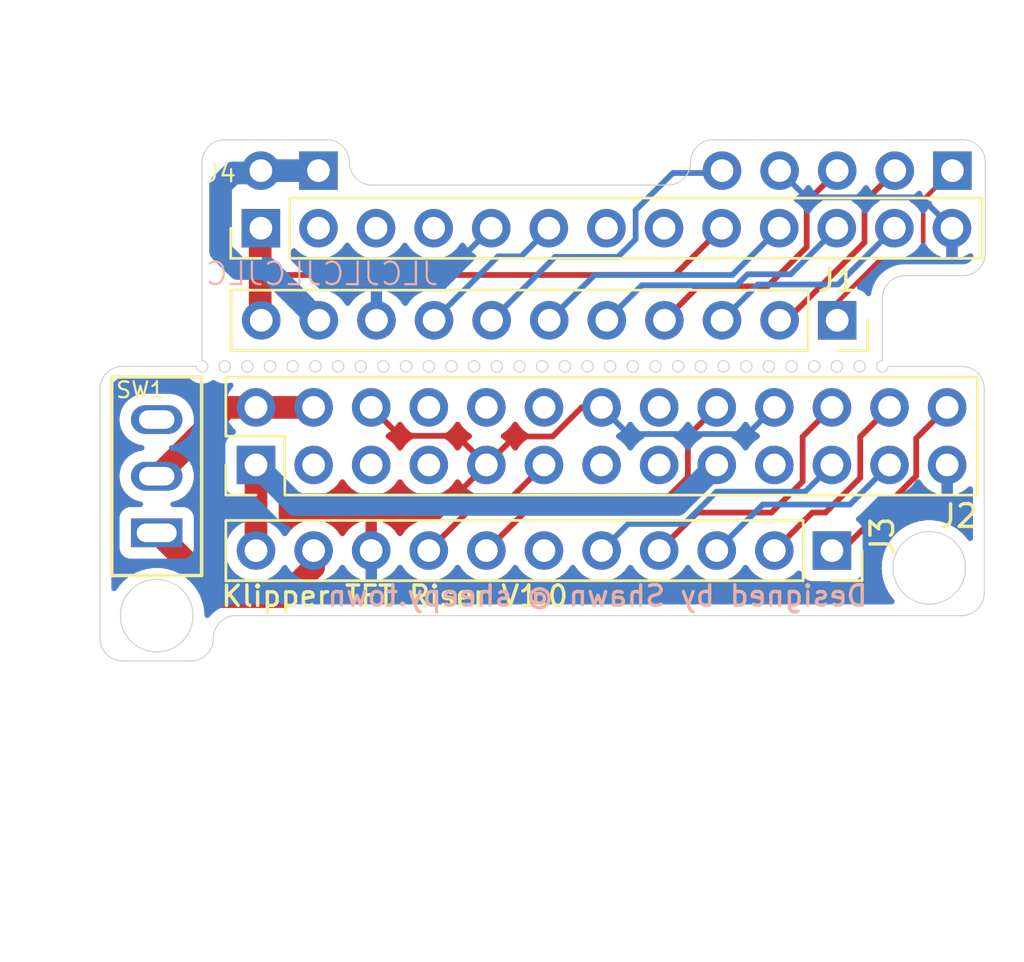
<source format=kicad_pcb>
(kicad_pcb (version 20240108) (generator "pcbnew") (generator_version "8.0")
  (layers (0 "F.Cu" signal) (31 "B.Cu" signal) (34 "B.Paste" user) (35 "F.Paste" user) (36 "B.SilkS" user "B.Silkscreen") (37 "F.SilkS" user "F.Silkscreen") (38 "B.Mask" user) (39 "F.Mask" user) (44 "Edge.Cuts" user))
  (net 0 "")
  (net 1 "TP_SO")
  (net 2 "+3.3V")
  (net 3 "LCD_SCK {slash} TP_SCK ")
  (net 4 "RST")
  (net 5 "LCD_SI {slash} TP_SI ")
  (net 6 "TP_CS")
  (net 7 "LCD_RS ")
  (net 8 "+5V")
  (net 9 "TP_IRQ ")
  (net 10 "GND")
  (net 11 "LCD_CS")
  (net 17 "Net-(J2-Pin_2)")
  (footprint "Connector_PinHeader_2.54mm:PinHeader_2x13_P2.54mm_Vertical" (layer "F.Cu") (at 157.12 77.94 90)
    (property "Reference" "J2" (at -2.254 30.966 180) (layer "F.SilkS"))
    (property "Value" "Conn_02x13_Odd_Even")
    (fp_line (start 3.87 -1.33) (end 3.87 31.81) (stroke (width 0.12)) (layer "F.SilkS"))
    (fp_line (start 1.27 -1.33) (end 3.87 -1.33) (stroke (width 0.12)) (layer "F.SilkS"))
    (fp_line (start -1.33 -1.33) (end 0 -1.33) (stroke (width 0.12)) (layer "F.SilkS"))
    (fp_line (start -1.33 0) (end -1.33 -1.33) (stroke (width 0.12)) (layer "F.SilkS"))
    (fp_line (start 1.27 1.27) (end 1.27 -1.33) (stroke (width 0.12)) (layer "F.SilkS"))
    (fp_line (start -1.33 1.27) (end 1.27 1.27) (stroke (width 0.12)) (layer "F.SilkS"))
    (fp_line (start -1.33 1.27) (end -1.33 31.81) (stroke (width 0.12)) (layer "F.SilkS"))
    (fp_line (start -1.33 31.81) (end 3.87 31.81) (stroke (width 0.12)) (layer "F.SilkS"))
    (pad "1" thru_hole rect (at 0 0 90) (size 1.7 1.7) (drill 1) (layers "*.Cu" "*.Mask") (net 2 "+3.3V"))
    (pad "2" thru_hole oval (at 2.54 0 90) (size 1.7 1.7) (drill 1) (layers "*.Cu" "*.Mask") (net 17 "Net-(J2-Pin_2)"))
    (pad "3" thru_hole oval (at 0 2.54 90) (size 1.7 1.7) (drill 1) (layers "*.Cu" "*.Mask"))
    (pad "4" thru_hole oval (at 2.54 2.54 90) (size 1.7 1.7) (drill 1) (layers "*.Cu" "*.Mask") (net 17 "Net-(J2-Pin_2)"))
    (pad "5" thru_hole oval (at 0 5.08 90) (size 1.7 1.7) (drill 1) (layers "*.Cu" "*.Mask"))
    (pad "6" thru_hole oval (at 2.54 5.08 90) (size 1.7 1.7) (drill 1) (layers "*.Cu" "*.Mask") (net 10 "GND"))
    (pad "7" thru_hole oval (at 0 7.62 90) (size 1.7 1.7) (drill 1) (layers "*.Cu" "*.Mask"))
    (pad "8" thru_hole oval (at 2.54 7.62 90) (size 1.7 1.7) (drill 1) (layers "*.Cu" "*.Mask"))
    (pad "9" thru_hole oval (at 0 10.16 90) (size 1.7 1.7) (drill 1) (layers "*.Cu" "*.Mask") (net 10 "GND"))
    (pad "10" thru_hole oval (at 2.54 10.16 90) (size 1.7 1.7) (drill 1) (layers "*.Cu" "*.Mask"))
    (pad "11" thru_hole oval (at 0 12.7 90) (size 1.7 1.7) (drill 1) (layers "*.Cu" "*.Mask") (net 9 "TP_IRQ "))
    (pad "12" thru_hole oval (at 2.54 12.7 90) (size 1.7 1.7) (drill 1) (layers "*.Cu" "*.Mask"))
    (pad "13" thru_hole oval (at 0 15.24 90) (size 1.7 1.7) (drill 1) (layers "*.Cu" "*.Mask"))
    (pad "14" thru_hole oval (at 2.54 15.24 90) (size 1.7 1.7) (drill 1) (layers "*.Cu" "*.Mask") (net 10 "GND"))
    (pad "15" thru_hole oval (at 0 17.78 90) (size 1.7 1.7) (drill 1) (layers "*.Cu" "*.Mask"))
    (pad "16" thru_hole oval (at 2.54 17.78 90) (size 1.7 1.7) (drill 1) (layers "*.Cu" "*.Mask"))
    (pad "17" thru_hole oval (at 0 20.32 90) (size 1.7 1.7) (drill 1) (layers "*.Cu" "*.Mask") (net 2 "+3.3V"))
    (pad "18" thru_hole oval (at 2.54 20.32 90) (size 1.7 1.7) (drill 1) (layers "*.Cu" "*.Mask") (net 7 "LCD_RS "))
    (pad "19" thru_hole oval (at 0 22.86 90) (size 1.7 1.7) (drill 1) (layers "*.Cu" "*.Mask") (net 5 "LCD_SI {slash} TP_SI "))
    (pad "20" thru_hole oval (at 2.54 22.86 90) (size 1.7 1.7) (drill 1) (layers "*.Cu" "*.Mask") (net 10 "GND"))
    (pad "21" thru_hole oval (at 0 25.4 90) (size 1.7 1.7) (drill 1) (layers "*.Cu" "*.Mask") (net 1 "TP_SO"))
    (pad "22" thru_hole oval (at 2.54 25.4 90) (size 1.7 1.7) (drill 1) (layers "*.Cu" "*.Mask") (net 4 "RST"))
    (pad "23" thru_hole oval (at 0 27.94 90) (size 1.7 1.7) (drill 1) (layers "*.Cu" "*.Mask") (net 3 "LCD_SCK {slash} TP_SCK "))
    (pad "24" thru_hole oval (at 2.54 27.94 90) (size 1.7 1.7) (drill 1) (layers "*.Cu" "*.Mask") (net 11 "LCD_CS"))
    (pad "25" thru_hole oval (at 0 30.48 90) (size 1.7 1.7) (drill 1) (layers "*.Cu" "*.Mask") (net 10 "GND"))
    (pad "26" thru_hole oval (at 2.54 30.48 90) (size 1.7 1.7) (drill 1) (layers "*.Cu" "*.Mask") (net 6 "TP_CS"))
  )
  (footprint "Connector_PinHeader_2.54mm:PinHeader_1x13_P2.54mm_Vertical" (layer "F.Cu") (at 157.334 67.494 90)
    (property "Reference" "J5" (hide yes))
    (property "Value" "Conn_01x13_Socket")
    (fp_line (start -1.33 -1.33) (end 0 -1.33) (stroke (width 0.12)) (layer "F.SilkS"))
    (fp_line (start -1.33 0) (end -1.33 -1.33) (stroke (width 0.12)) (layer "F.SilkS"))
    (fp_line (start 1.33 1.27) (end 1.33 31.81) (stroke (width 0.12)) (layer "F.SilkS"))
    (fp_line (start -1.33 1.27) (end 1.33 1.27) (stroke (width 0.12)) (layer "F.SilkS"))
    (fp_line (start -1.33 1.27) (end -1.33 31.81) (stroke (width 0.12)) (layer "F.SilkS"))
    (fp_line (start -1.33 31.81) (end 1.33 31.81) (stroke (width 0.12)) (layer "F.SilkS"))
    (pad "1" thru_hole rect (at 0 0 90) (size 1.7 1.7) (drill 1) (layers "*.Cu" "*.Mask") (net 2 "+3.3V"))
    (pad "2" thru_hole oval (at 0 2.54 90) (size 1.7 1.7) (drill 1) (layers "*.Cu" "*.Mask"))
    (pad "3" thru_hole oval (at 0 5.08 90) (size 1.7 1.7) (drill 1) (layers "*.Cu" "*.Mask"))
    (pad "4" thru_hole oval (at 0 7.62 90) (size 1.7 1.7) (drill 1) (layers "*.Cu" "*.Mask"))
    (pad "5" thru_hole oval (at 0 10.16 90) (size 1.7 1.7) (drill 1) (layers "*.Cu" "*.Mask") (net 10 "GND"))
    (pad "6" thru_hole oval (at 0 12.7 90) (size 1.7 1.7) (drill 1) (layers "*.Cu" "*.Mask") (net 9 "TP_IRQ "))
    (pad "7" thru_hole oval (at 0 15.24 90) (size 1.7 1.7) (drill 1) (layers "*.Cu" "*.Mask"))
    (pad "8" thru_hole oval (at 0 17.78 90) (size 1.7 1.7) (drill 1) (layers "*.Cu" "*.Mask"))
    (pad "9" thru_hole oval (at 0 20.32 90) (size 1.7 1.7) (drill 1) (layers "*.Cu" "*.Mask") (net 2 "+3.3V"))
    (pad "10" thru_hole oval (at 0 22.86 90) (size 1.7 1.7) (drill 1) (layers "*.Cu" "*.Mask") (net 5 "LCD_SI {slash} TP_SI "))
    (pad "11" thru_hole oval (at 0 25.4 90) (size 1.7 1.7) (drill 1) (layers "*.Cu" "*.Mask") (net 1 "TP_SO"))
    (pad "12" thru_hole oval (at 0 27.94 90) (size 1.7 1.7) (drill 1) (layers "*.Cu" "*.Mask") (net 3 "LCD_SCK {slash} TP_SCK "))
    (pad "13" thru_hole oval (at 0 30.48 90) (size 1.7 1.7) (drill 1) (layers "*.Cu" "*.Mask") (net 10 "GND"))
  )
  (footprint "Connector_PinSocket_2.54mm:PinSocket_1x02_P2.54mm_Vertical" (layer "F.Cu") (at 159.874 64.954 -90)
    (property "Reference" "J4" (at 0.106803 4.310025 180) (layer "F.SilkS") (effects (font (size 0.8 0.8) (thickness 0.1))))
    (property "Value" "Conn_01x02_Socket")
    (pad "1" thru_hole rect (at 0 0 270) (size 1.7 1.7) (drill 1) (layers "*.Cu" "*.Mask") (net 8 "+5V"))
    (pad "2" thru_hole oval (at 0 2.54 270) (size 1.7 1.7) (drill 1) (layers "*.Cu" "*.Mask") (net 8 "+5V"))
  )
  (footprint "Library:1P2T_SS-12D00_CNK" (layer "F.Cu") (at 152.74 80.937473 180)
    (property "Reference" "SW1" (at 0.72235 6.304358 0) (layer "F.SilkS") (effects (font (size 0.7 0.7) (thickness 0.1))))
    (property "Value" "SS-12D00-G 4 E")
    (fp_line (start 1.9812 6.8815) (end 1.9812 -1.8815) (stroke (width 0.1524)) (layer "F.SilkS"))
    (fp_line (start 1.9812 -1.8815) (end -1.9812 -1.8815) (stroke (width 0.1524)) (layer "F.SilkS"))
    (fp_line (start -1.9812 6.8815) (end 1.9812 6.8815) (stroke (width 0.1524)) (layer "F.SilkS"))
    (fp_line (start -1.9812 -1.8815) (end -1.9812 6.8815) (stroke (width 0.1524)) (layer "F.SilkS"))
    (pad "1" thru_hole rect (at 0 0 180) (size 2.27 1.27) (drill oval 1.762 0.82) (layers "*.Cu" "*.Mask") (net 8 "+5V"))
    (pad "2" thru_hole oval (at 0 2.5 180) (size 2.27 1.27) (drill oval 1.562 0.82) (layers "*.Cu" "*.Mask") (net 17 "Net-(J2-Pin_2)"))
    (pad "3" thru_hole oval (at 0 5 180) (size 2.27 1.27) (drill oval 1.562 0.82) (layers "*.Cu" "*.Mask"))
  )
  (footprint "Connector_PinSocket_2.54mm:PinSocket_1x11_P2.54mm_Vertical" (layer "F.Cu") (at 182.52 81.718 -90)
    (property "Reference" "J3" (at -0.628 -2.22 -90) (layer "F.SilkS"))
    (property "Value" "Conn_01x11_Socket")
    (fp_line (start -1.33 26.73) (end 1.33 26.73) (stroke (width 0.12)) (layer "F.SilkS"))
    (fp_line (start -1.33 1.27) (end -1.33 26.73) (stroke (width 0.12)) (layer "F.SilkS"))
    (fp_line (start -1.33 1.27) (end 1.33 1.27) (stroke (width 0.12)) (layer "F.SilkS"))
    (fp_line (start 1.33 1.27) (end 1.33 26.73) (stroke (width 0.12)) (layer "F.SilkS"))
    (fp_line (start 0 -1.33) (end 1.33 -1.33) (stroke (width 0.12)) (layer "F.SilkS"))
    (fp_line (start 1.33 -1.33) (end 1.33 0) (stroke (width 0.12)) (layer "F.SilkS"))
    (pad "1" thru_hole rect (at 0 0 270) (size 1.7 1.7) (drill 1) (layers "*.Cu" "*.Mask") (net 6 "TP_CS"))
    (pad "2" thru_hole oval (at 0 2.54 270) (size 1.7 1.7) (drill 1) (layers "*.Cu" "*.Mask") (net 11 "LCD_CS"))
    (pad "3" thru_hole oval (at 0 5.08 270) (size 1.7 1.7) (drill 1) (layers "*.Cu" "*.Mask") (net 3 "LCD_SCK {slash} TP_SCK "))
    (pad "4" thru_hole oval (at 0 7.62 270) (size 1.7 1.7) (drill 1) (layers "*.Cu" "*.Mask") (net 4 "RST"))
    (pad "5" thru_hole oval (at 0 10.16 270) (size 1.7 1.7) (drill 1) (layers "*.Cu" "*.Mask") (net 1 "TP_SO"))
    (pad "6" thru_hole oval (at 0 12.7 270) (size 1.7 1.7) (drill 1) (layers "*.Cu" "*.Mask") (net 5 "LCD_SI {slash} TP_SI "))
    (pad "7" thru_hole oval (at 0 15.24 270) (size 1.7 1.7) (drill 1) (layers "*.Cu" "*.Mask") (net 7 "LCD_RS "))
    (pad "8" thru_hole oval (at 0 17.78 270) (size 1.7 1.7) (drill 1) (layers "*.Cu" "*.Mask") (net 9 "TP_IRQ "))
    (pad "9" thru_hole oval (at 0 20.32 270) (size 1.7 1.7) (drill 1) (layers "*.Cu" "*.Mask") (net 10 "GND"))
    (pad "10" thru_hole oval (at 0 22.86 270) (size 1.7 1.7) (drill 1) (layers "*.Cu" "*.Mask") (net 8 "+5V"))
    (pad "11" thru_hole oval (at 0 25.4 270) (size 1.7 1.7) (drill 1) (layers "*.Cu" "*.Mask") (net 2 "+3.3V"))
  )
  (footprint "Connector_PinSocket_2.54mm:PinSocket_1x05_P2.54mm_Vertical" (layer "F.Cu") (at 187.832 64.954 -90)
    (property "Reference" "J6" (hide yes))
    (property "Value" "Conn_01x05_Socket")
    (pad "1" thru_hole rect (at 0 0 270) (size 1.7 1.7) (drill 1) (layers "*.Cu" "*.Mask") (net 6 "TP_CS"))
    (pad "2" thru_hole oval (at 0 2.54 270) (size 1.7 1.7) (drill 1) (layers "*.Cu" "*.Mask") (net 11 "LCD_CS"))
    (pad "3" thru_hole oval (at 0 5.08 270) (size 1.7 1.7) (drill 1) (layers "*.Cu" "*.Mask") (net 4 "RST"))
    (pad "4" thru_hole oval (at 0 7.62 270) (size 1.7 1.7) (drill 1) (layers "*.Cu" "*.Mask") (net 10 "GND"))
    (pad "5" thru_hole oval (at 0 10.16 270) (size 1.7 1.7) (drill 1) (layers "*.Cu" "*.Mask") (net 7 "LCD_RS "))
  )
  (footprint "Connector_PinSocket_2.54mm:PinSocket_1x11_P2.54mm_Vertical" (layer "F.Cu") (at 182.752 71.558 -90)
    (property "Reference" "J1" (at -1.778 0 180) (layer "F.SilkS"))
    (property "Value" "Conn_01x11_Socket")
    (fp_line (start -1.33 26.73) (end 1.33 26.73) (stroke (width 0.12)) (layer "F.SilkS"))
    (fp_line (start -1.33 1.27) (end -1.33 26.73) (stroke (width 0.12)) (layer "F.SilkS"))
    (fp_line (start -1.33 1.27) (end 1.33 1.27) (stroke (width 0.12)) (layer "F.SilkS"))
    (fp_line (start 1.33 1.27) (end 1.33 26.73) (stroke (width 0.12)) (layer "F.SilkS"))
    (fp_line (start 0 -1.33) (end 1.33 -1.33) (stroke (width 0.12)) (layer "F.SilkS"))
    (fp_line (start 1.33 -1.33) (end 1.33 0) (stroke (width 0.12)) (layer "F.SilkS"))
    (pad "1" thru_hole rect (at 0 0 270) (size 1.7 1.7) (drill 1) (layers "*.Cu" "*.Mask") (net 6 "TP_CS"))
    (pad "2" thru_hole oval (at 0 2.54 270) (size 1.7 1.7) (drill 1) (layers "*.Cu" "*.Mask") (net 11 "LCD_CS"))
    (pad "3" thru_hole oval (at 0 5.08 270) (size 1.7 1.7) (drill 1) (layers "*.Cu" "*.Mask") (net 3 "LCD_SCK {slash} TP_SCK "))
    (pad "4" thru_hole oval (at 0 7.62 270) (size 1.7 1.7) (drill 1) (layers "*.Cu" "*.Mask") (net 4 "RST"))
    (pad "5" thru_hole oval (at 0 10.16 270) (size 1.7 1.7) (drill 1) (layers "*.Cu" "*.Mask") (net 1 "TP_SO"))
    (pad "6" thru_hole oval (at 0 12.7 270) (size 1.7 1.7) (drill 1) (layers "*.Cu" "*.Mask") (net 5 "LCD_SI {slash} TP_SI "))
    (pad "7" thru_hole oval (at 0 15.24 270) (size 1.7 1.7) (drill 1) (layers "*.Cu" "*.Mask") (net 7 "LCD_RS "))
    (pad "8" thru_hole oval (at 0 17.78 270) (size 1.7 1.7) (drill 1) (layers "*.Cu" "*.Mask") (net 9 "TP_IRQ "))
    (pad "9" thru_hole oval (at 0 20.32 270) (size 1.7 1.7) (drill 1) (layers "*.Cu" "*.Mask") (net 10 "GND"))
    (pad "10" thru_hole oval (at 0 22.86 270) (size 1.7 1.7) (drill 1) (layers "*.Cu" "*.Mask") (net 8 "+5V"))
    (pad "11" thru_hole oval (at 0 25.4 270) (size 1.7 1.7) (drill 1) (layers "*.Cu" "*.Mask") (net 2 "+3.3V"))
  )
  (gr_arc (start 189.284 68.59) (mid 188.991107 69.297107) (end 188.284 69.59) (stroke (width 0.05)) (layer "Edge.Cuts"))
  (gr_line (start 188.284 69.59) (end 185.74 69.59) (stroke (width 0.05)) (layer "Edge.Cuts"))
  (gr_arc (start 184.994 73.59) (mid 184.560395 73.769605) (end 184.74 73.336) (stroke (width 0.05)) (layer "Edge.Cuts"))
  (gr_circle (center 171.74 73.59) (end 171.994 73.59) (stroke (width 0.05)) (fill none) (layer "Edge.Cuts"))
  (gr_arc (start 189.24 83.59) (mid 188.947107 84.297107) (end 188.24 84.59) (stroke (width 0.05)) (layer "Edge.Cuts"))
  (gr_arc (start 154.74 73.336) (mid 154.919605 73.769605) (end 154.486 73.59) (stroke (width 0.05)) (layer "Edge.Cuts"))
  (gr_arc (start 155.24 85.59) (mid 154.947107 86.297107) (end 154.24 86.59) (stroke (width 0.05)) (layer "Edge.Cuts"))
  (gr_line (start 150.24 85.59) (end 150.24 74.59) (stroke (width 0.05)) (layer "Edge.Cuts"))
  (gr_line (start 155.74 63.59) (end 160.24 63.59) (stroke (width 0.05)) (layer "Edge.Cuts"))
  (gr_circle (center 156.74 73.59) (end 156.994 73.59) (stroke (width 0.05)) (fill none) (layer "Edge.Cuts"))
  (gr_circle (center 164.74 73.59) (end 164.994 73.59) (stroke (width 0.05)) (fill none) (layer "Edge.Cuts"))
  (gr_circle (center 169.74 73.59) (end 169.994 73.59) (stroke (width 0.05)) (fill none) (layer "Edge.Cuts"))
  (gr_circle (center 155.74 73.59) (end 155.994 73.59) (stroke (width 0.05)) (fill none) (layer "Edge.Cuts"))
  (gr_circle (center 177.74 73.59) (end 177.994 73.59) (stroke (width 0.05)) (fill none) (layer "Edge.Cuts"))
  (gr_circle (center 186.816 82.48) (end 188.416 82.48) (stroke (width 0.05)) (fill none) (layer "Edge.Cuts"))
  (gr_line (start 189.284 68.59) (end 189.284 64.59) (stroke (width 0.05)) (layer "Edge.Cuts"))
  (gr_circle (center 163.74 73.59) (end 163.994 73.59) (stroke (width 0.05)) (fill none) (layer "Edge.Cuts"))
  (gr_arc (start 176.284 64.59) (mid 175.991107 65.297107) (end 175.284 65.59) (stroke (width 0.05)) (layer "Edge.Cuts"))
  (gr_arc (start 188.24 73.59) (mid 188.947107 73.882893) (end 189.24 74.59) (stroke (width 0.05)) (layer "Edge.Cuts"))
  (gr_circle (center 170.74 73.59) (end 170.994 73.59) (stroke (width 0.05)) (fill none) (layer "Edge.Cuts"))
  (gr_circle (center 173.74 73.59) (end 173.994 73.59) (stroke (width 0.05)) (fill none) (layer "Edge.Cuts"))
  (gr_line (start 151.24 73.59) (end 154.486 73.59) (stroke (width 0.05)) (layer "Edge.Cuts"))
  (gr_circle (center 176.74 73.59) (end 176.994 73.59) (stroke (width 0.05)) (fill none) (layer "Edge.Cuts"))
  (gr_circle (center 167.74 73.59) (end 167.994 73.59) (stroke (width 0.05)) (fill none) (layer "Edge.Cuts"))
  (gr_line (start 184.74 70.59) (end 184.74 73.336) (stroke (width 0.05)) (layer "Edge.Cuts"))
  (gr_circle (center 182.74 73.59) (end 182.994 73.59) (stroke (width 0.05)) (fill none) (layer "Edge.Cuts"))
  (gr_circle (center 158.74 73.59) (end 158.994 73.59) (stroke (width 0.05)) (fill none) (layer "Edge.Cuts"))
  (gr_circle (center 157.74 73.59) (end 157.994 73.59) (stroke (width 0.05)) (fill none) (layer "Edge.Cuts"))
  (gr_line (start 154.24 86.59) (end 151.24 86.59) (stroke (width 0.05)) (layer "Edge.Cuts"))
  (gr_circle (center 175.74 73.59) (end 175.994 73.59) (stroke (width 0.05)) (fill none) (layer "Edge.Cuts"))
  (gr_line (start 188.276 84.59) (end 156.276 84.59) (stroke (width 0.05)) (layer "Edge.Cuts"))
  (gr_circle (center 162.74 73.59) (end 162.994 73.59) (stroke (width 0.05)) (fill none) (layer "Edge.Cuts"))
  (gr_arc (start 151.24 86.59) (mid 150.532893 86.297107) (end 150.24 85.59) (stroke (width 0.05)) (layer "Edge.Cuts"))
  (gr_circle (center 165.74 73.59) (end 165.994 73.59) (stroke (width 0.05)) (fill none) (layer "Edge.Cuts"))
  (gr_circle (center 181.74 73.59) (end 181.994 73.59) (stroke (width 0.05)) (fill none) (layer "Edge.Cuts"))
  (gr_line (start 189.24 74.59) (end 189.24 83.59) (stroke (width 0.05)) (layer "Edge.Cuts"))
  (gr_arc (start 155.239353 85.59) (mid 155.54528 84.86982) (end 156.276 84.590001) (stroke (width 0.05)) (layer "Edge.Cuts"))
  (gr_arc (start 160.24 63.59) (mid 160.947107 63.882893) (end 161.24 64.59) (stroke (width 0.05)) (layer "Edge.Cuts"))
  (gr_circle (center 159.74 73.59) (end 159.994 73.59) (stroke (width 0.05)) (fill none) (layer "Edge.Cuts"))
  (gr_circle (center 152.74 84.59) (end 154.34 84.59) (stroke (width 0.05)) (fill none) (layer "Edge.Cuts"))
  (gr_arc (start 188.284 63.59) (mid 188.991107 63.882893) (end 189.284 64.59) (stroke (width 0.05)) (layer "Edge.Cuts"))
  (gr_circle (center 172.74 73.59) (end 172.994 73.59) (stroke (width 0.05)) (fill none) (layer "Edge.Cuts"))
  (gr_circle (center 180.74 73.59) (end 180.994 73.59) (stroke (width 0.05)) (fill none) (layer "Edge.Cuts"))
  (gr_circle (center 168.74 73.59) (end 168.994 73.59) (stroke (width 0.05)) (fill none) (layer "Edge.Cuts"))
  (gr_line (start 177.284 63.59) (end 188.284 63.59) (stroke (width 0.05)) (layer "Edge.Cuts"))
  (gr_line (start 162.24 65.59) (end 175.284 65.59) (stroke (width 0.05)) (layer "Edge.Cuts"))
  (gr_arc (start 162.24 65.59) (mid 161.532893 65.297107) (end 161.24 64.59) (stroke (width 0.05)) (layer "Edge.Cuts"))
  (gr_line (start 154.74 73.336) (end 154.74 64.59) (stroke (width 0.05)) (layer "Edge.Cuts"))
  (gr_arc (start 150.24 74.59) (mid 150.532893 73.882893) (end 151.24 73.59) (stroke (width 0.05)) (layer "Edge.Cuts"))
  (gr_circle (center 174.74 73.59) (end 174.994 73.59) (stroke (width 0.05)) (fill none) (layer "Edge.Cuts"))
  (gr_circle (center 160.74 73.59) (end 160.994 73.59) (stroke (width 0.05)) (fill none) (layer "Edge.Cuts"))
  (gr_circle (center 166.74 73.59) (end 166.994 73.59) (stroke (width 0.05)) (fill none) (layer "Edge.Cuts"))
  (gr_arc (start 154.74 64.59) (mid 155.032893 63.882893) (end 155.74 63.59) (stroke (width 0.05)) (layer "Edge.Cuts"))
  (gr_arc (start 184.74 70.59) (mid 185.032893 69.882893) (end 185.74 69.59) (stroke (width 0.05)) (layer "Edge.Cuts"))
  (gr_circle (center 179.74 73.59) (end 179.994 73.59) (stroke (width 0.05)) (fill none) (layer "Edge.Cuts"))
  (gr_arc (start 176.284 64.59) (mid 176.576893 63.882893) (end 177.284 63.59) (stroke (width 0.05)) (layer "Edge.Cuts"))
  (gr_circle (center 183.74 73.59) (end 183.994 73.59) (stroke (width 0.05)) (fill none) (layer "Edge.Cuts"))
  (gr_circle (center 178.74 73.59) (end 178.994 73.59) (stroke (width 0.05)) (fill none) (layer "Edge.Cuts"))
  (gr_line (start 184.994 73.59) (end 188.24 73.59) (stroke (width 0.05)) (layer "Edge.Cuts"))
  (gr_circle (center 161.74 73.59) (end 161.994 73.59) (stroke (width 0.05)) (fill none) (layer "Edge.Cuts"))
  (gr_text "JLCJLCJLCJLC" (at 165.24 70.09 0) (layer "B.SilkS") (effects (font (size 1 1) (thickness 0.1)) (justify left bottom mirror)))
  (gr_text "Designed by Shawn @ sheepy.town" (at 184.168524 84.242579 0) (layer "B.SilkS") (effects (font (size 0.9 0.9)) (justify left bottom mirror)))
  (gr_text "Klipper TFT Riser V1.0\n" (at 155.507032 84.256396 0) (layer "F.SilkS") (effects (font (size 0.9 0.9)) (justify left bottom)))
  (segment (start 177.432555 79.117) (end 176.008555 80.541) (width 0.254) (layer "B.Cu") (net 1))
  (segment (start 174.138 70.012) (end 172.592 71.558) (width 0.254) (layer "B.Cu") (net 1))
  (segment (start 182.52 77.94) (end 181.343 79.117) (width 0.254) (layer "B.Cu") (net 1))
  (segment (start 182.734 67.494) (end 180.702 69.526) (width 0.254) (layer "B.Cu") (net 1))
  (segment (start 178.804053 69.526) (end 178.318053 70.012) (width 0.254) (layer "B.Cu") (net 1))
  (segment (start 178.318053 70.012) (end 174.138 70.012) (width 0.254) (layer "B.Cu") (net 1))
  (segment (start 180.702 69.526) (end 178.804053 69.526) (width 0.254) (layer "B.Cu") (net 1))
  (segment (start 173.537 80.541) (end 172.36 81.718) (width 0.254) (layer "B.Cu") (net 1))
  (segment (start 181.343 79.117) (end 177.432555 79.117) (width 0.254) (layer "B.Cu") (net 1))
  (segment (start 176.008555 80.541) (end 173.537 80.541) (width 0.254) (layer "B.Cu") (net 1))
  (segment (start 157.12 81.718) (end 157.12 77.94) (width 1) (layer "F.Cu") (net 2))
  (segment (start 157.304464 69.558) (end 157.304464 71.510464) (width 1) (layer "F.Cu") (net 2))
  (segment (start 157.304464 71.510464) (end 157.352 71.558) (width 1) (layer "F.Cu") (net 2))
  (segment (start 175.59 69.558) (end 157.304464 69.558) (width 0.254) (layer "F.Cu") (net 2))
  (segment (start 157.304464 67.598) (end 157.304464 69.558) (width 1) (layer "F.Cu") (net 2))
  (segment (start 177.654 67.494) (end 175.59 69.558) (width 0.254) (layer "F.Cu") (net 2))
  (segment (start 177.685032 67.494) (end 177.654 67.494) (width 0.254) (layer "F.Cu") (net 2))
  (segment (start 175.694 79.686) (end 158.866 79.686) (width 1) (layer "B.Cu") (net 2))
  (segment (start 177.44 77.94) (end 175.694 79.686) (width 1) (layer "B.Cu") (net 2))
  (segment (start 158.866 79.686) (end 157.12 77.94) (width 1) (layer "B.Cu") (net 2))
  (segment (start 179.472 79.686) (end 177.44 81.718) (width 0.254) (layer "B.Cu") (net 3))
  (segment (start 182.788 69.98) (end 185.274 67.494) (width 0.254) (layer "B.Cu") (net 3))
  (segment (start 177.672 71.558) (end 179.25 69.98) (width 0.254) (layer "B.Cu") (net 3))
  (segment (start 183.314 79.686) (end 179.472 79.686) (width 0.254) (layer "B.Cu") (net 3))
  (segment (start 185.06 77.94) (end 183.314 79.686) (width 0.254) (layer "B.Cu") (net 3))
  (segment (start 177.672 71.558) (end 178.18 71.558) (width 0.254) (layer "B.Cu") (net 3))
  (segment (start 179.25 69.98) (end 182.788 69.98) (width 0.254) (layer "B.Cu") (net 3))
  (segment (start 181.228 78.67) (end 179.857705 80.040295) (width 0.254) (layer "F.Cu") (net 4))
  (segment (start 176.632 70.058) (end 175.132 71.558) (width 0.254) (layer "F.Cu") (net 4))
  (segment (start 182.52 75.4) (end 181.228 76.692) (width 0.254) (layer "F.Cu") (net 4))
  (segment (start 179.857705 80.040295) (end 176.577705 80.040295) (width 0.254) (layer "F.Cu") (net 4))
  (segment (start 179.679057 70.058) (end 176.632 70.058) (width 0.254) (layer "F.Cu") (net 4))
  (segment (start 176.577705 80.040295) (end 174.9 81.718) (width 0.254) (layer "F.Cu") (net 4))
  (segment (start 182.683032 65.058) (end 181.407581 66.333451) (width 0.254) (layer "F.Cu") (net 4))
  (segment (start 181.407581 66.333451) (end 181.407581 68.329476) (width 0.254) (layer "F.Cu") (net 4))
  (segment (start 181.407581 68.329476) (end 179.679057 70.058) (width 0.254) (layer "F.Cu") (net 4))
  (segment (start 181.228 76.692) (end 181.228 78.67) (width 0.254) (layer "F.Cu") (net 4))
  (segment (start 172.052 69.558) (end 170.052 71.558) (width 0.254) (layer "B.Cu") (net 5))
  (segment (start 178.13 69.558) (end 172.052 69.558) (width 0.254) (layer "B.Cu") (net 5))
  (segment (start 180.194 67.494) (end 178.13 69.558) (width 0.254) (layer "B.Cu") (net 5))
  (segment (start 182.94653 81.718) (end 182.52 81.718) (width 0.254) (layer "F.Cu") (net 6))
  (segment (start 186.237 76.763) (end 186.237 78.42753) (width 0.254) (layer "F.Cu") (net 6))
  (segment (start 183.179057 71.558) (end 182.752 71.558) (width 0.254) (layer "F.Cu") (net 6))
  (segment (start 182.752 70.773472) (end 182.752 71.558) (width 0.2) (layer "F.Cu") (net 6))
  (segment (start 187.6 75.4) (end 186.237 76.763) (width 0.254) (layer "F.Cu") (net 6))
  (segment (start 186.544884 66.241116) (end 186.544884 68.285116) (width 0.2) (layer "F.Cu") (net 6))
  (segment (start 187.832 64.954) (end 186.544884 66.241116) (width 0.2) (layer "F.Cu") (net 6))
  (segment (start 185.84 68.99) (end 184.535472 68.99) (width 0.2) (layer "F.Cu") (net 6))
  (segment (start 186.544884 68.285116) (end 185.84 68.99) (width 0.2) (layer "F.Cu") (net 6))
  (segment (start 184.535472 68.99) (end 182.752 70.773472) (width 0.2) (layer "F.Cu") (net 6))
  (segment (start 186.237 78.42753) (end 182.94653 81.718) (width 0.254) (layer "F.Cu") (net 6))
  (segment (start 168.999387 79.998613) (end 167.28 81.718) (width 0.254) (layer "F.Cu") (net 7))
  (segment (start 177.44 75.4) (end 176.166239 76.673761) (width 0.254) (layer "F.Cu") (net 7))
  (segment (start 176.166239 76.673761) (end 176.166239 78.477228) (width 0.254) (layer "F.Cu") (net 7))
  (segment (start 176.166239 78.477228) (end 174.644854 79.998613) (width 0.254) (layer "F.Cu") (net 7))
  (segment (start 174.644854 79.998613) (end 168.999387 79.998613) (width 0.254) (layer "F.Cu") (net 7))
  (segment (start 175.502431 65.058) (end 173.864156 66.696275) (width 0.254) (layer "B.Cu") (net 7))
  (segment (start 173.081448 68.760565) (end 170.309435 68.760565) (width 0.254) (layer "B.Cu") (net 7))
  (segment (start 173.864156 67.977857) (end 173.081448 68.760565) (width 0.254) (layer "B.Cu") (net 7))
  (segment (start 170.309435 68.760565) (end 167.512 71.558) (width 0.254) (layer "B.Cu") (net 7))
  (segment (start 177.603032 65.058) (end 175.502431 65.058) (width 0.254) (layer "B.Cu") (net 7))
  (segment (start 173.864156 66.696275) (end 173.864156 67.977857) (width 0.254) (layer "B.Cu") (net 7))
  (segment (start 155.592527 83.75) (end 158.368 83.75) (width 1) (layer "F.Cu") (net 8))
  (segment (start 158.368 83.75) (end 159.66 82.458) (width 1) (layer "F.Cu") (net 8))
  (segment (start 152.78 80.937473) (end 155.592527 83.75) (width 1) (layer "F.Cu") (net 8))
  (segment (start 159.66 82.458) (end 159.66 81.718) (width 1) (layer "F.Cu") (net 8))
  (segment (start 156.102383 65.058) (end 155.558 65.602383) (width 1) (layer "B.Cu") (net 8))
  (segment (start 156.336 69.272) (end 157.606 69.272) (width 1) (layer "B.Cu") (net 8))
  (segment (start 155.558 68.494) (end 156.336 69.272) (width 1) (layer "B.Cu") (net 8))
  (segment (start 155.558 65.602383) (end 155.558 68.494) (width 1) (layer "B.Cu") (net 8))
  (segment (start 157.334 64.954) (end 159.874 64.954) (width 1) (layer "B.Cu") (net 8))
  (segment (start 157.304464 65.058) (end 156.102383 65.058) (width 1) (layer "B.Cu") (net 8))
  (segment (start 157.606 69.272) (end 159.892 71.558) (width 1) (layer "B.Cu") (net 8))
  (segment (start 169.82 77.94) (end 167.750967 80.009033) (width 0.254) (layer "F.Cu") (net 9))
  (segment (start 166.448967 80.009033) (end 164.74 81.718) (width 0.254) (layer "F.Cu") (net 9))
  (segment (start 167.750967 80.009033) (end 166.448967 80.009033) (width 0.254) (layer "F.Cu") (net 9))
  (segment (start 168.815595 68.735) (end 167.795 68.735) (width 0.254) (layer "B.Cu") (net 9))
  (segment (start 167.795 68.735) (end 164.972 71.558) (width 0.254) (layer "B.Cu") (net 9))
  (segment (start 169.992595 67.558) (end 168.815595 68.735) (width 0.254) (layer "B.Cu") (net 9))
  (segment (start 170.200339 76.684191) (end 168.535809 76.684191) (width 0.254) (layer "F.Cu") (net 10))
  (segment (start 167.28 77.94) (end 165.63 79.59) (width 0.254) (layer "F.Cu") (net 10))
  (segment (start 165.63 79.59) (end 164.24 79.59) (width 0.254) (layer "F.Cu") (net 10))
  (segment (start 171.48453 75.4) (end 170.200339 76.684191) (width 0.254) (layer "F.Cu") (net 10))
  (segment (start 167.28 77.94) (end 165.997029 76.657029) (width 0.254) (layer "F.Cu") (net 10))
  (segment (start 165.997029 76.657029) (end 163.457029 76.657029) (width 0.254) (layer "F.Cu") (net 10))
  (segment (start 168.535809 76.684191) (end 167.28 77.94) (width 0.254) (layer "F.Cu") (net 10))
  (segment (start 172.36 75.4) (end 171.48453 75.4) (width 0.254) (layer "F.Cu") (net 10))
  (segment (start 163.457029 76.657029) (end 162.2 75.4) (width 0.254) (layer "F.Cu") (net 10))
  (segment (start 179.98 75.4) (end 178.803 76.577) (width 0.254) (layer "B.Cu") (net 10))
  (segment (start 165.898 69.09) (end 165.74 69.09) (width 0.254) (layer "B.Cu") (net 10))
  (segment (start 180.212 64.954) (end 181.389 66.131) (width 0.254) (layer "B.Cu") (net 10))
  (segment (start 178.803 76.577) (end 173.537 76.577) (width 0.254) (layer "B.Cu") (net 10))
  (segment (start 173.537 76.577) (end 172.36 75.4) (width 0.254) (layer "B.Cu") (net 10))
  (segment (start 167.494 67.494) (end 165.898 69.09) (width 0.254) (layer "B.Cu") (net 10))
  (segment (start 181.389 66.131) (end 186.451 66.131) (width 0.254) (layer "B.Cu") (net 10))
  (segment (start 186.451 66.131) (end 187.814 67.494) (width 0.254) (layer "B.Cu") (net 10))
  (segment (start 181.657705 80.040295) (end 179.98 81.718) (width 0.254) (layer "F.Cu") (net 11))
  (segment (start 185.223032 65.058) (end 183.956935 66.324097) (width 0.254) (layer "F.Cu") (net 11))
  (segment (start 183.956935 66.324097) (end 183.956935 68.120522) (width 0.254) (layer "F.Cu") (net 11))
  (segment (start 180.519457 71.558) (end 180.212 71.558) (width 0.254) (layer "F.Cu") (net 11))
  (segment (start 182.236705 80.040295) (end 181.657705 80.040295) (width 0.254) (layer "F.Cu") (net 11))
  (segment (start 185.06 75.4) (end 183.768 76.692) (width 0.254) (layer "F.Cu") (net 11))
  (segment (start 183.768 76.692) (end 183.768 78.509) (width 0.254) (layer "F.Cu") (net 11))
  (segment (start 183.768 78.509) (end 182.236705 80.040295) (width 0.254) (layer "F.Cu") (net 11))
  (segment (start 183.956935 68.120522) (end 180.519457 71.558) (width 0.254) (layer "F.Cu") (net 11))
  (segment (start 157.12 75.4) (end 155.817473 75.4) (width 1) (layer "F.Cu") (net 17))
  (segment (start 157.12 75.4) (end 159.66 75.4) (width 1) (layer "F.Cu") (net 17))
  (segment (start 155.817473 75.4) (end 152.78 78.437473) (width 1) (layer "F.Cu") (net 17))
  (zone (net 10) (net_name "GND") (layers "F&B.Cu") (connect_pads (clearance 0.5)) (min_thickness 0.25) (fill yes (thermal_gap 0.5) (thermal_bridge_width 0.5))
    (polygon (pts (xy 190.24 63.59) (xy 150.24 63.59) (xy 150.24 86.59) (xy 190.24 86.59)))
  )
)
</source>
